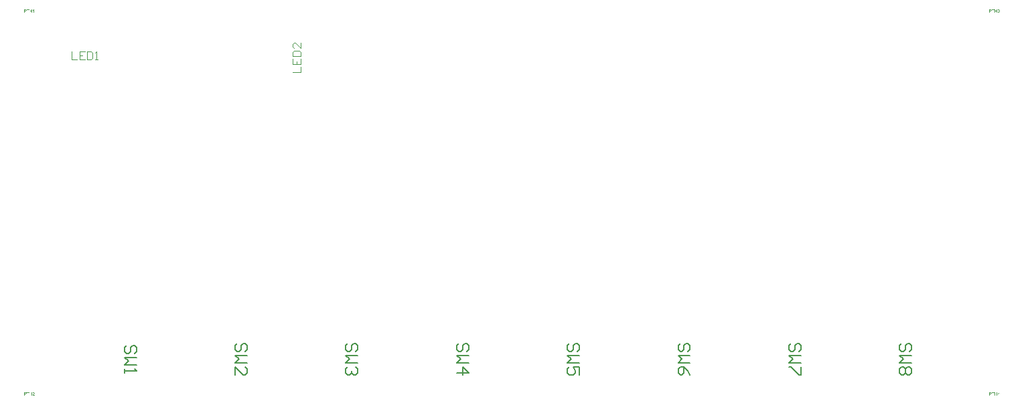
<source format=gbr>
G04*
G04 #@! TF.GenerationSoftware,Altium Limited,Altium Designer,24.5.1 (21)*
G04*
G04 Layer_Color=32896*
%FSLAX25Y25*%
%MOIN*%
G70*
G04*
G04 #@! TF.SameCoordinates,3106325B-D942-48A4-ABE3-467AB4579E9E*
G04*
G04*
G04 #@! TF.FilePolarity,Positive*
G04*
G01*
G75*
%ADD14C,0.00591*%
%ADD57C,0.00472*%
G36*
X492477Y25280D02*
X492276D01*
Y25990D01*
X491496D01*
Y25280D01*
X491295D01*
Y26788D01*
X491496D01*
Y26169D01*
X492276D01*
Y26788D01*
X492477D01*
Y25280D01*
D02*
G37*
G36*
X493513Y25811D02*
X493717D01*
Y25641D01*
X493513D01*
Y25280D01*
X493327D01*
Y25641D01*
X492671D01*
Y25811D01*
X493362Y26788D01*
X493513D01*
Y25811D01*
D02*
G37*
G36*
X491082Y26609D02*
X490585D01*
Y25280D01*
X490384D01*
Y26609D01*
X489887D01*
Y26788D01*
X491082D01*
Y26609D01*
D02*
G37*
G36*
X489246Y26786D02*
X489283Y26784D01*
X489323Y26781D01*
X489360Y26777D01*
X489392Y26773D01*
X489397D01*
X489412Y26768D01*
X489432Y26764D01*
X489458Y26758D01*
X489486Y26747D01*
X489517Y26734D01*
X489549Y26718D01*
X489578Y26701D01*
X489582Y26699D01*
X489591Y26692D01*
X489604Y26679D01*
X489621Y26664D01*
X489641Y26644D01*
X489661Y26618D01*
X489682Y26590D01*
X489700Y26557D01*
X489702Y26553D01*
X489706Y26542D01*
X489715Y26522D01*
X489724Y26496D01*
X489730Y26465D01*
X489739Y26431D01*
X489743Y26391D01*
X489746Y26350D01*
Y26348D01*
Y26341D01*
Y26333D01*
X489743Y26317D01*
X489741Y26302D01*
X489739Y26282D01*
X489735Y26261D01*
X489730Y26237D01*
X489715Y26186D01*
X489706Y26160D01*
X489693Y26132D01*
X489678Y26104D01*
X489663Y26077D01*
X489643Y26051D01*
X489621Y26025D01*
X489619Y26023D01*
X489615Y26019D01*
X489608Y26012D01*
X489597Y26006D01*
X489584Y25995D01*
X489567Y25984D01*
X489545Y25971D01*
X489521Y25960D01*
X489493Y25947D01*
X489460Y25934D01*
X489425Y25923D01*
X489384Y25914D01*
X489340Y25905D01*
X489292Y25899D01*
X489238Y25894D01*
X489181Y25892D01*
X488795D01*
Y25280D01*
X488594D01*
Y26788D01*
X489214D01*
X489246Y26786D01*
D02*
G37*
G36*
X492477Y216224D02*
X492276D01*
Y216935D01*
X491496D01*
Y216224D01*
X491295D01*
Y217733D01*
X491496D01*
Y217114D01*
X492276D01*
Y217733D01*
X492477D01*
Y216224D01*
D02*
G37*
G36*
X493253Y217737D02*
X493282Y217733D01*
X493316Y217726D01*
X493356Y217716D01*
X493395Y217702D01*
X493434Y217685D01*
X493436D01*
X493438Y217683D01*
X493451Y217676D01*
X493471Y217663D01*
X493493Y217648D01*
X493519Y217626D01*
X493545Y217602D01*
X493571Y217574D01*
X493593Y217541D01*
X493595Y217537D01*
X493602Y217526D01*
X493611Y217506D01*
X493622Y217482D01*
X493633Y217454D01*
X493641Y217421D01*
X493648Y217384D01*
X493650Y217347D01*
Y217343D01*
Y217330D01*
X493648Y217312D01*
X493643Y217288D01*
X493637Y217260D01*
X493626Y217229D01*
X493613Y217199D01*
X493595Y217168D01*
X493593Y217164D01*
X493587Y217155D01*
X493574Y217140D01*
X493556Y217123D01*
X493534Y217103D01*
X493508Y217081D01*
X493478Y217061D01*
X493441Y217042D01*
X493443D01*
X493447Y217040D01*
X493454Y217038D01*
X493462Y217035D01*
X493486Y217027D01*
X493517Y217014D01*
X493552Y216996D01*
X493587Y216974D01*
X493619Y216946D01*
X493650Y216913D01*
X493652Y216909D01*
X493661Y216896D01*
X493674Y216874D01*
X493687Y216846D01*
X493700Y216811D01*
X493713Y216769D01*
X493722Y216722D01*
X493724Y216669D01*
Y216667D01*
Y216660D01*
Y216650D01*
X493722Y216636D01*
X493720Y216619D01*
X493715Y216599D01*
X493711Y216578D01*
X493707Y216554D01*
X493689Y216501D01*
X493676Y216473D01*
X493663Y216447D01*
X493646Y216418D01*
X493626Y216390D01*
X493604Y216362D01*
X493578Y216336D01*
X493576Y216333D01*
X493571Y216329D01*
X493563Y216322D01*
X493552Y216314D01*
X493539Y216303D01*
X493521Y216292D01*
X493502Y216279D01*
X493478Y216268D01*
X493454Y216255D01*
X493425Y216242D01*
X493397Y216231D01*
X493364Y216220D01*
X493329Y216211D01*
X493292Y216205D01*
X493255Y216200D01*
X493214Y216198D01*
X493194D01*
X493181Y216200D01*
X493164Y216203D01*
X493144Y216205D01*
X493122Y216209D01*
X493098Y216213D01*
X493046Y216227D01*
X492992Y216248D01*
X492963Y216262D01*
X492937Y216277D01*
X492911Y216296D01*
X492885Y216316D01*
X492882Y216318D01*
X492878Y216322D01*
X492872Y216329D01*
X492865Y216338D01*
X492854Y216349D01*
X492843Y216364D01*
X492830Y216379D01*
X492817Y216399D01*
X492804Y216421D01*
X492791Y216442D01*
X492767Y216495D01*
X492747Y216556D01*
X492741Y216588D01*
X492736Y216623D01*
X492922Y216647D01*
Y216645D01*
X492924Y216641D01*
X492926Y216632D01*
X492928Y216621D01*
X492931Y216608D01*
X492935Y216593D01*
X492946Y216560D01*
X492961Y216521D01*
X492981Y216484D01*
X493003Y216449D01*
X493029Y216418D01*
X493033Y216416D01*
X493042Y216407D01*
X493059Y216397D01*
X493081Y216386D01*
X493107Y216373D01*
X493140Y216362D01*
X493177Y216353D01*
X493216Y216351D01*
X493229D01*
X493238Y216353D01*
X493262Y216355D01*
X493292Y216362D01*
X493327Y216373D01*
X493364Y216388D01*
X493401Y216410D01*
X493436Y216440D01*
X493441Y216445D01*
X493451Y216458D01*
X493465Y216477D01*
X493482Y216504D01*
X493500Y216536D01*
X493513Y216573D01*
X493524Y216617D01*
X493528Y216665D01*
Y216667D01*
Y216671D01*
Y216678D01*
X493526Y216687D01*
X493524Y216711D01*
X493517Y216739D01*
X493508Y216774D01*
X493493Y216809D01*
X493471Y216844D01*
X493443Y216876D01*
X493438Y216881D01*
X493428Y216889D01*
X493410Y216902D01*
X493386Y216918D01*
X493356Y216933D01*
X493319Y216946D01*
X493277Y216955D01*
X493231Y216959D01*
X493212D01*
X493196Y216957D01*
X493177Y216955D01*
X493155Y216950D01*
X493129Y216946D01*
X493101Y216939D01*
X493122Y217103D01*
X493133D01*
X493142Y217101D01*
X493170D01*
X493194Y217105D01*
X493223Y217109D01*
X493255Y217116D01*
X493292Y217127D01*
X493327Y217142D01*
X493364Y217162D01*
X493366D01*
X493369Y217164D01*
X493380Y217173D01*
X493395Y217188D01*
X493412Y217208D01*
X493430Y217236D01*
X493445Y217269D01*
X493456Y217306D01*
X493460Y217327D01*
Y217352D01*
Y217354D01*
Y217356D01*
Y217369D01*
X493456Y217386D01*
X493451Y217410D01*
X493443Y217437D01*
X493432Y217465D01*
X493414Y217493D01*
X493391Y217519D01*
X493388Y217522D01*
X493377Y217530D01*
X493362Y217541D01*
X493342Y217554D01*
X493316Y217565D01*
X493286Y217576D01*
X493251Y217585D01*
X493212Y217587D01*
X493194D01*
X493175Y217583D01*
X493149Y217578D01*
X493120Y217569D01*
X493092Y217559D01*
X493061Y217541D01*
X493033Y217519D01*
X493031Y217517D01*
X493022Y217506D01*
X493009Y217491D01*
X492994Y217469D01*
X492978Y217441D01*
X492963Y217406D01*
X492950Y217365D01*
X492941Y217317D01*
X492756Y217349D01*
Y217352D01*
X492758Y217358D01*
X492761Y217367D01*
X492763Y217380D01*
X492767Y217395D01*
X492773Y217412D01*
X492787Y217454D01*
X492808Y217502D01*
X492835Y217550D01*
X492867Y217596D01*
X492909Y217637D01*
X492911Y217639D01*
X492915Y217641D01*
X492922Y217646D01*
X492931Y217652D01*
X492941Y217661D01*
X492957Y217670D01*
X492972Y217678D01*
X492992Y217689D01*
X493035Y217707D01*
X493085Y217724D01*
X493144Y217735D01*
X493175Y217740D01*
X493229D01*
X493253Y217737D01*
D02*
G37*
G36*
X491082Y217554D02*
X490585D01*
Y216224D01*
X490384D01*
Y217554D01*
X489887D01*
Y217733D01*
X491082D01*
Y217554D01*
D02*
G37*
G36*
X489246Y217731D02*
X489283Y217729D01*
X489323Y217726D01*
X489360Y217722D01*
X489392Y217718D01*
X489397D01*
X489412Y217713D01*
X489432Y217709D01*
X489458Y217702D01*
X489486Y217692D01*
X489517Y217678D01*
X489549Y217663D01*
X489578Y217646D01*
X489582Y217644D01*
X489591Y217637D01*
X489604Y217624D01*
X489621Y217609D01*
X489641Y217589D01*
X489661Y217563D01*
X489682Y217535D01*
X489700Y217502D01*
X489702Y217497D01*
X489706Y217487D01*
X489715Y217467D01*
X489724Y217441D01*
X489730Y217410D01*
X489739Y217375D01*
X489743Y217336D01*
X489746Y217295D01*
Y217293D01*
Y217286D01*
Y217277D01*
X489743Y217262D01*
X489741Y217247D01*
X489739Y217227D01*
X489735Y217205D01*
X489730Y217181D01*
X489715Y217131D01*
X489706Y217105D01*
X489693Y217077D01*
X489678Y217049D01*
X489663Y217022D01*
X489643Y216996D01*
X489621Y216970D01*
X489619Y216968D01*
X489615Y216963D01*
X489608Y216957D01*
X489597Y216950D01*
X489584Y216939D01*
X489567Y216929D01*
X489545Y216915D01*
X489521Y216905D01*
X489493Y216892D01*
X489460Y216878D01*
X489425Y216867D01*
X489384Y216859D01*
X489340Y216850D01*
X489292Y216844D01*
X489238Y216839D01*
X489181Y216837D01*
X488795D01*
Y216224D01*
X488594D01*
Y217733D01*
X489214D01*
X489246Y217731D01*
D02*
G37*
G36*
X12162Y25280D02*
X11962D01*
Y25990D01*
X11181D01*
Y25280D01*
X10981D01*
Y26788D01*
X11181D01*
Y26169D01*
X11962D01*
Y26788D01*
X12162D01*
Y25280D01*
D02*
G37*
G36*
X12956Y26792D02*
X12973Y26790D01*
X12995Y26788D01*
X13019Y26784D01*
X13043Y26779D01*
X13100Y26764D01*
X13156Y26742D01*
X13184Y26729D01*
X13213Y26714D01*
X13239Y26694D01*
X13263Y26673D01*
X13265Y26670D01*
X13270Y26668D01*
X13274Y26660D01*
X13283Y26651D01*
X13294Y26640D01*
X13304Y26625D01*
X13315Y26609D01*
X13328Y26590D01*
X13350Y26548D01*
X13372Y26496D01*
X13381Y26470D01*
X13385Y26439D01*
X13389Y26409D01*
X13392Y26376D01*
Y26372D01*
Y26361D01*
X13389Y26343D01*
X13387Y26319D01*
X13383Y26293D01*
X13374Y26263D01*
X13365Y26230D01*
X13352Y26197D01*
X13350Y26193D01*
X13346Y26182D01*
X13337Y26165D01*
X13324Y26141D01*
X13307Y26114D01*
X13285Y26082D01*
X13259Y26049D01*
X13228Y26012D01*
X13224Y26008D01*
X13213Y25995D01*
X13202Y25984D01*
X13191Y25973D01*
X13178Y25960D01*
X13161Y25942D01*
X13143Y25925D01*
X13121Y25905D01*
X13100Y25883D01*
X13073Y25859D01*
X13045Y25835D01*
X13014Y25807D01*
X12980Y25779D01*
X12945Y25748D01*
X12943Y25746D01*
X12938Y25742D01*
X12930Y25735D01*
X12919Y25726D01*
X12905Y25713D01*
X12890Y25700D01*
X12855Y25672D01*
X12818Y25639D01*
X12783Y25607D01*
X12753Y25578D01*
X12740Y25567D01*
X12729Y25556D01*
X12727Y25554D01*
X12720Y25548D01*
X12711Y25539D01*
X12701Y25526D01*
X12690Y25511D01*
X12677Y25495D01*
X12650Y25458D01*
X13394D01*
Y25280D01*
X12393D01*
Y25282D01*
Y25290D01*
Y25304D01*
X12395Y25321D01*
X12398Y25341D01*
X12402Y25362D01*
X12406Y25384D01*
X12415Y25408D01*
Y25410D01*
X12417Y25412D01*
X12421Y25426D01*
X12430Y25445D01*
X12443Y25471D01*
X12461Y25502D01*
X12483Y25537D01*
X12507Y25572D01*
X12537Y25609D01*
Y25611D01*
X12541Y25613D01*
X12552Y25626D01*
X12572Y25646D01*
X12600Y25674D01*
X12633Y25707D01*
X12674Y25746D01*
X12725Y25790D01*
X12779Y25835D01*
X12781Y25838D01*
X12790Y25844D01*
X12803Y25855D01*
X12818Y25868D01*
X12838Y25886D01*
X12862Y25905D01*
X12886Y25927D01*
X12914Y25951D01*
X12969Y26003D01*
X13023Y26056D01*
X13049Y26082D01*
X13073Y26108D01*
X13095Y26132D01*
X13113Y26156D01*
Y26158D01*
X13117Y26160D01*
X13121Y26167D01*
X13126Y26175D01*
X13141Y26199D01*
X13158Y26228D01*
X13174Y26263D01*
X13189Y26300D01*
X13198Y26341D01*
X13202Y26380D01*
Y26383D01*
Y26385D01*
X13200Y26398D01*
X13198Y26420D01*
X13191Y26444D01*
X13182Y26474D01*
X13167Y26505D01*
X13148Y26535D01*
X13121Y26566D01*
X13117Y26570D01*
X13106Y26579D01*
X13091Y26590D01*
X13067Y26605D01*
X13036Y26618D01*
X13001Y26631D01*
X12960Y26640D01*
X12914Y26642D01*
X12901D01*
X12892Y26640D01*
X12866Y26638D01*
X12836Y26631D01*
X12803Y26622D01*
X12766Y26607D01*
X12731Y26588D01*
X12698Y26561D01*
X12694Y26557D01*
X12685Y26546D01*
X12672Y26529D01*
X12659Y26502D01*
X12644Y26472D01*
X12631Y26433D01*
X12622Y26389D01*
X12618Y26339D01*
X12428Y26359D01*
Y26361D01*
X12430Y26367D01*
Y26378D01*
X12432Y26393D01*
X12437Y26411D01*
X12441Y26431D01*
X12448Y26455D01*
X12454Y26478D01*
X12472Y26531D01*
X12498Y26583D01*
X12513Y26609D01*
X12533Y26636D01*
X12552Y26660D01*
X12574Y26681D01*
X12576Y26683D01*
X12581Y26686D01*
X12587Y26692D01*
X12598Y26699D01*
X12611Y26707D01*
X12626Y26716D01*
X12644Y26727D01*
X12666Y26738D01*
X12690Y26749D01*
X12716Y26760D01*
X12744Y26768D01*
X12775Y26777D01*
X12807Y26784D01*
X12842Y26790D01*
X12879Y26792D01*
X12919Y26795D01*
X12940D01*
X12956Y26792D01*
D02*
G37*
G36*
X10767Y26609D02*
X10270D01*
Y25280D01*
X10069D01*
Y26609D01*
X9572D01*
Y26788D01*
X10767D01*
Y26609D01*
D02*
G37*
G36*
X8931Y26786D02*
X8968Y26784D01*
X9008Y26781D01*
X9045Y26777D01*
X9077Y26773D01*
X9082D01*
X9097Y26768D01*
X9117Y26764D01*
X9143Y26758D01*
X9171Y26747D01*
X9202Y26734D01*
X9234Y26718D01*
X9263Y26701D01*
X9267Y26699D01*
X9276Y26692D01*
X9289Y26679D01*
X9306Y26664D01*
X9326Y26644D01*
X9346Y26618D01*
X9367Y26590D01*
X9385Y26557D01*
X9387Y26553D01*
X9391Y26542D01*
X9400Y26522D01*
X9409Y26496D01*
X9415Y26465D01*
X9424Y26431D01*
X9428Y26391D01*
X9431Y26350D01*
Y26348D01*
Y26341D01*
Y26333D01*
X9428Y26317D01*
X9426Y26302D01*
X9424Y26282D01*
X9420Y26261D01*
X9415Y26237D01*
X9400Y26186D01*
X9391Y26160D01*
X9378Y26132D01*
X9363Y26104D01*
X9348Y26077D01*
X9328Y26051D01*
X9306Y26025D01*
X9304Y26023D01*
X9300Y26019D01*
X9293Y26012D01*
X9282Y26006D01*
X9269Y25995D01*
X9252Y25984D01*
X9230Y25971D01*
X9206Y25960D01*
X9178Y25947D01*
X9145Y25934D01*
X9110Y25923D01*
X9069Y25914D01*
X9025Y25905D01*
X8977Y25899D01*
X8923Y25894D01*
X8866Y25892D01*
X8480D01*
Y25280D01*
X8280D01*
Y26788D01*
X8899D01*
X8931Y26786D01*
D02*
G37*
G36*
X12162Y216224D02*
X11962D01*
Y216935D01*
X11181D01*
Y216224D01*
X10981D01*
Y217733D01*
X11181D01*
Y217114D01*
X11962D01*
Y217733D01*
X12162D01*
Y216224D01*
D02*
G37*
G36*
X13117D02*
X12932D01*
Y217404D01*
X12930Y217402D01*
X12919Y217393D01*
X12905Y217380D01*
X12884Y217365D01*
X12860Y217345D01*
X12829Y217323D01*
X12794Y217299D01*
X12755Y217275D01*
X12753D01*
X12751Y217273D01*
X12738Y217264D01*
X12716Y217253D01*
X12690Y217240D01*
X12659Y217225D01*
X12626Y217210D01*
X12594Y217195D01*
X12561Y217181D01*
Y217360D01*
X12563D01*
X12568Y217365D01*
X12576Y217367D01*
X12587Y217373D01*
X12600Y217380D01*
X12616Y217389D01*
X12653Y217410D01*
X12696Y217434D01*
X12740Y217465D01*
X12786Y217500D01*
X12831Y217537D01*
X12833Y217539D01*
X12836Y217541D01*
X12842Y217548D01*
X12851Y217554D01*
X12871Y217576D01*
X12897Y217602D01*
X12923Y217633D01*
X12951Y217668D01*
X12975Y217702D01*
X12997Y217740D01*
X13117D01*
Y216224D01*
D02*
G37*
G36*
X10767Y217554D02*
X10270D01*
Y216224D01*
X10069D01*
Y217554D01*
X9572D01*
Y217733D01*
X10767D01*
Y217554D01*
D02*
G37*
G36*
X8931Y217731D02*
X8968Y217729D01*
X9008Y217726D01*
X9045Y217722D01*
X9077Y217718D01*
X9082D01*
X9097Y217713D01*
X9117Y217709D01*
X9143Y217702D01*
X9171Y217692D01*
X9202Y217678D01*
X9234Y217663D01*
X9263Y217646D01*
X9267Y217644D01*
X9276Y217637D01*
X9289Y217624D01*
X9306Y217609D01*
X9326Y217589D01*
X9346Y217563D01*
X9367Y217535D01*
X9385Y217502D01*
X9387Y217497D01*
X9391Y217487D01*
X9400Y217467D01*
X9409Y217441D01*
X9415Y217410D01*
X9424Y217375D01*
X9428Y217336D01*
X9431Y217295D01*
Y217293D01*
Y217286D01*
Y217277D01*
X9428Y217262D01*
X9426Y217247D01*
X9424Y217227D01*
X9420Y217205D01*
X9415Y217181D01*
X9400Y217131D01*
X9391Y217105D01*
X9378Y217077D01*
X9363Y217049D01*
X9348Y217022D01*
X9328Y216996D01*
X9306Y216970D01*
X9304Y216968D01*
X9300Y216963D01*
X9293Y216957D01*
X9282Y216950D01*
X9269Y216939D01*
X9252Y216929D01*
X9230Y216915D01*
X9206Y216905D01*
X9178Y216892D01*
X9145Y216878D01*
X9110Y216867D01*
X9069Y216859D01*
X9025Y216850D01*
X8977Y216844D01*
X8923Y216839D01*
X8866Y216837D01*
X8480D01*
Y216224D01*
X8280D01*
Y217733D01*
X8899D01*
X8931Y217731D01*
D02*
G37*
%LPC*%
G36*
X493327Y26487D02*
X492852Y25811D01*
X493327D01*
Y26487D01*
D02*
G37*
G36*
X489227Y26609D02*
X488795D01*
Y26071D01*
X489200D01*
X489216Y26073D01*
X489231D01*
X489249Y26075D01*
X489290Y26080D01*
X489336Y26088D01*
X489382Y26101D01*
X489423Y26119D01*
X489442Y26130D01*
X489458Y26143D01*
X489462Y26147D01*
X489471Y26156D01*
X489484Y26173D01*
X489499Y26195D01*
X489514Y26223D01*
X489528Y26258D01*
X489536Y26298D01*
X489541Y26343D01*
Y26346D01*
Y26348D01*
Y26359D01*
X489538Y26378D01*
X489534Y26400D01*
X489530Y26424D01*
X489521Y26452D01*
X489508Y26478D01*
X489493Y26505D01*
X489491Y26507D01*
X489484Y26516D01*
X489473Y26526D01*
X489460Y26542D01*
X489440Y26557D01*
X489419Y26570D01*
X489395Y26583D01*
X489366Y26594D01*
X489364D01*
X489355Y26596D01*
X489342Y26598D01*
X489325Y26603D01*
X489299Y26605D01*
X489266Y26607D01*
X489227Y26609D01*
D02*
G37*
G36*
Y217554D02*
X488795D01*
Y217016D01*
X489200D01*
X489216Y217018D01*
X489231D01*
X489249Y217020D01*
X489290Y217024D01*
X489336Y217033D01*
X489382Y217046D01*
X489423Y217064D01*
X489442Y217075D01*
X489458Y217088D01*
X489462Y217092D01*
X489471Y217101D01*
X489484Y217118D01*
X489499Y217140D01*
X489514Y217168D01*
X489528Y217203D01*
X489536Y217243D01*
X489541Y217288D01*
Y217290D01*
Y217293D01*
Y217303D01*
X489538Y217323D01*
X489534Y217345D01*
X489530Y217369D01*
X489521Y217397D01*
X489508Y217423D01*
X489493Y217450D01*
X489491Y217452D01*
X489484Y217460D01*
X489473Y217471D01*
X489460Y217487D01*
X489440Y217502D01*
X489419Y217515D01*
X489395Y217528D01*
X489366Y217539D01*
X489364D01*
X489355Y217541D01*
X489342Y217543D01*
X489325Y217548D01*
X489299Y217550D01*
X489266Y217552D01*
X489227Y217554D01*
D02*
G37*
G36*
X8912Y26609D02*
X8480D01*
Y26071D01*
X8886D01*
X8901Y26073D01*
X8916D01*
X8934Y26075D01*
X8975Y26080D01*
X9021Y26088D01*
X9066Y26101D01*
X9108Y26119D01*
X9127Y26130D01*
X9143Y26143D01*
X9147Y26147D01*
X9156Y26156D01*
X9169Y26173D01*
X9184Y26195D01*
X9200Y26223D01*
X9213Y26258D01*
X9221Y26298D01*
X9226Y26343D01*
Y26346D01*
Y26348D01*
Y26359D01*
X9223Y26378D01*
X9219Y26400D01*
X9215Y26424D01*
X9206Y26452D01*
X9193Y26478D01*
X9178Y26505D01*
X9176Y26507D01*
X9169Y26516D01*
X9158Y26526D01*
X9145Y26542D01*
X9125Y26557D01*
X9104Y26570D01*
X9080Y26583D01*
X9051Y26594D01*
X9049D01*
X9040Y26596D01*
X9027Y26598D01*
X9010Y26603D01*
X8984Y26605D01*
X8951Y26607D01*
X8912Y26609D01*
D02*
G37*
G36*
Y217554D02*
X8480D01*
Y217016D01*
X8886D01*
X8901Y217018D01*
X8916D01*
X8934Y217020D01*
X8975Y217024D01*
X9021Y217033D01*
X9066Y217046D01*
X9108Y217064D01*
X9127Y217075D01*
X9143Y217088D01*
X9147Y217092D01*
X9156Y217101D01*
X9169Y217118D01*
X9184Y217140D01*
X9200Y217168D01*
X9213Y217203D01*
X9221Y217243D01*
X9226Y217288D01*
Y217290D01*
Y217293D01*
Y217303D01*
X9223Y217323D01*
X9219Y217345D01*
X9215Y217369D01*
X9206Y217397D01*
X9193Y217423D01*
X9178Y217450D01*
X9176Y217452D01*
X9169Y217460D01*
X9158Y217471D01*
X9145Y217487D01*
X9125Y217502D01*
X9104Y217515D01*
X9080Y217528D01*
X9051Y217539D01*
X9049D01*
X9040Y217541D01*
X9027Y217543D01*
X9010Y217548D01*
X8984Y217550D01*
X8951Y217552D01*
X8912Y217554D01*
D02*
G37*
%LPD*%
D14*
X283464Y47243D02*
X284448Y48227D01*
Y50195D01*
X283464Y51179D01*
X282480D01*
X281496Y50195D01*
Y48227D01*
X280512Y47243D01*
X279528D01*
X278544Y48227D01*
Y50195D01*
X279528Y51179D01*
X284448Y45275D02*
X278544D01*
X280512Y43307D01*
X278544Y41339D01*
X284448D01*
Y35436D02*
Y39371D01*
X281496D01*
X282480Y37404D01*
Y36419D01*
X281496Y35436D01*
X279528D01*
X278544Y36419D01*
Y38387D01*
X279528Y39371D01*
X448818Y47243D02*
X449802Y48227D01*
Y50195D01*
X448818Y51179D01*
X447834D01*
X446850Y50195D01*
Y48227D01*
X445866Y47243D01*
X444882D01*
X443899Y48227D01*
Y50195D01*
X444882Y51179D01*
X449802Y45275D02*
X443899D01*
X445866Y43307D01*
X443899Y41339D01*
X449802D01*
X448818Y39371D02*
X449802Y38387D01*
Y36419D01*
X448818Y35436D01*
X447834D01*
X446850Y36419D01*
X445866Y35436D01*
X444882D01*
X443899Y36419D01*
Y38387D01*
X444882Y39371D01*
X445866D01*
X446850Y38387D01*
X447834Y39371D01*
X448818D01*
X446850Y38387D02*
Y36419D01*
X338582Y47243D02*
X339566Y48227D01*
Y50195D01*
X338582Y51179D01*
X337598D01*
X336614Y50195D01*
Y48227D01*
X335630Y47243D01*
X334646D01*
X333662Y48227D01*
Y50195D01*
X334646Y51179D01*
X339566Y45275D02*
X333662D01*
X335630Y43307D01*
X333662Y41339D01*
X339566D01*
Y35436D02*
X338582Y37404D01*
X336614Y39371D01*
X334646D01*
X333662Y38387D01*
Y36419D01*
X334646Y35436D01*
X335630D01*
X336614Y36419D01*
Y39371D01*
X393700Y47243D02*
X394684Y48227D01*
Y50195D01*
X393700Y51179D01*
X392716D01*
X391732Y50195D01*
Y48227D01*
X390748Y47243D01*
X389764D01*
X388780Y48227D01*
Y50195D01*
X389764Y51179D01*
X394684Y45275D02*
X388780D01*
X390748Y43307D01*
X388780Y41339D01*
X394684D01*
Y39371D02*
Y35436D01*
X393700D01*
X389764Y39371D01*
X388780D01*
X118110Y47243D02*
X119094Y48227D01*
Y50195D01*
X118110Y51179D01*
X117126D01*
X116142Y50195D01*
Y48227D01*
X115158Y47243D01*
X114174D01*
X113190Y48227D01*
Y50195D01*
X114174Y51179D01*
X119094Y45275D02*
X113190D01*
X115158Y43307D01*
X113190Y41339D01*
X119094D01*
X113190Y35436D02*
Y39371D01*
X117126Y35436D01*
X118110D01*
X119094Y36419D01*
Y38387D01*
X118110Y39371D01*
X173228Y47243D02*
X174212Y48227D01*
Y50195D01*
X173228Y51179D01*
X172244D01*
X171260Y50195D01*
Y48227D01*
X170276Y47243D01*
X169292D01*
X168308Y48227D01*
Y50195D01*
X169292Y51179D01*
X174212Y45275D02*
X168308D01*
X170276Y43307D01*
X168308Y41339D01*
X174212D01*
X173228Y39371D02*
X174212Y38387D01*
Y36419D01*
X173228Y35436D01*
X172244D01*
X171260Y36419D01*
Y37404D01*
Y36419D01*
X170276Y35436D01*
X169292D01*
X168308Y36419D01*
Y38387D01*
X169292Y39371D01*
X228346Y47243D02*
X229330Y48227D01*
Y50195D01*
X228346Y51179D01*
X227362D01*
X226378Y50195D01*
Y48227D01*
X225394Y47243D01*
X224410D01*
X223426Y48227D01*
Y50195D01*
X224410Y51179D01*
X229330Y45275D02*
X223426D01*
X225394Y43307D01*
X223426Y41339D01*
X229330D01*
X223426Y36419D02*
X229330D01*
X226378Y39371D01*
Y35436D01*
X62991Y46259D02*
X63975Y47243D01*
Y49211D01*
X62991Y50195D01*
X62008D01*
X61024Y49211D01*
Y47243D01*
X60040Y46259D01*
X59056D01*
X58072Y47243D01*
Y49211D01*
X59056Y50195D01*
X63975Y44291D02*
X58072D01*
X60040Y42323D01*
X58072Y40355D01*
X63975D01*
X58072Y38387D02*
Y36419D01*
Y37404D01*
X63975D01*
X62991Y38387D01*
D57*
X141733Y186603D02*
X145669D01*
Y189227D01*
X141733Y193163D02*
Y190539D01*
X145669D01*
Y193163D01*
X143701Y190539D02*
Y191851D01*
X141733Y194475D02*
X145669D01*
Y196443D01*
X145013Y197099D01*
X142389D01*
X141733Y196443D01*
Y194475D01*
X145669Y201034D02*
Y198411D01*
X143045Y201034D01*
X142389D01*
X141733Y200378D01*
Y199067D01*
X142389Y198411D01*
X31752Y196854D02*
Y192918D01*
X34376D01*
X38312Y196854D02*
X35688D01*
Y192918D01*
X38312D01*
X35688Y194886D02*
X37000D01*
X39624Y196854D02*
Y192918D01*
X41592D01*
X42248Y193574D01*
Y196198D01*
X41592Y196854D01*
X39624D01*
X43560Y192918D02*
X44872D01*
X44216D01*
Y196854D01*
X43560Y196198D01*
M02*

</source>
